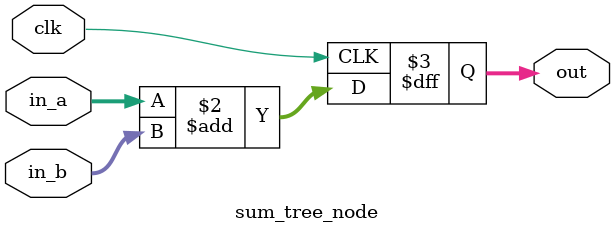
<source format=sv>
module sum_tree_node (input wire clk,
                      input wire [BUS_WIDTH-1:0] in_a,
                      input wire [BUS_WIDTH-1:0] in_b,
                      output reg [BUS_WIDTH-1:0] out
);

    parameter integer BUS_WIDTH = 16;

    always @(posedge clk) begin
        out <= in_a + in_b;
    end

endmodule
</source>
